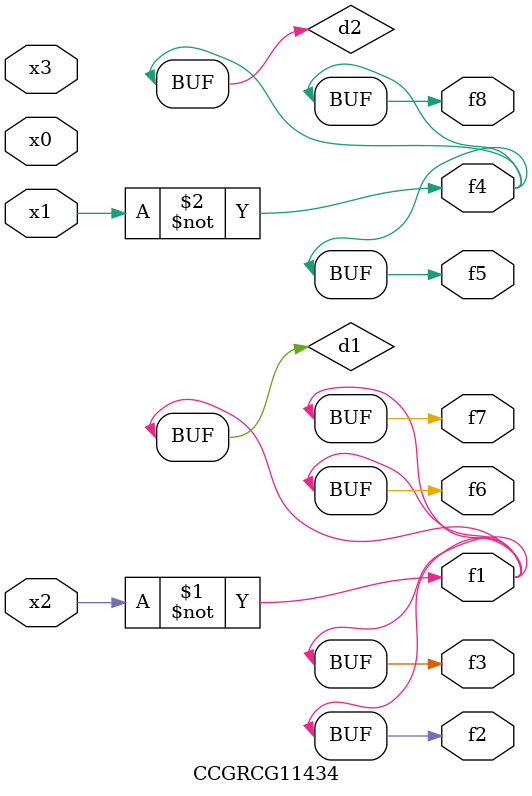
<source format=v>
module CCGRCG11434(
	input x0, x1, x2, x3,
	output f1, f2, f3, f4, f5, f6, f7, f8
);

	wire d1, d2;

	xnor (d1, x2);
	not (d2, x1);
	assign f1 = d1;
	assign f2 = d1;
	assign f3 = d1;
	assign f4 = d2;
	assign f5 = d2;
	assign f6 = d1;
	assign f7 = d1;
	assign f8 = d2;
endmodule

</source>
